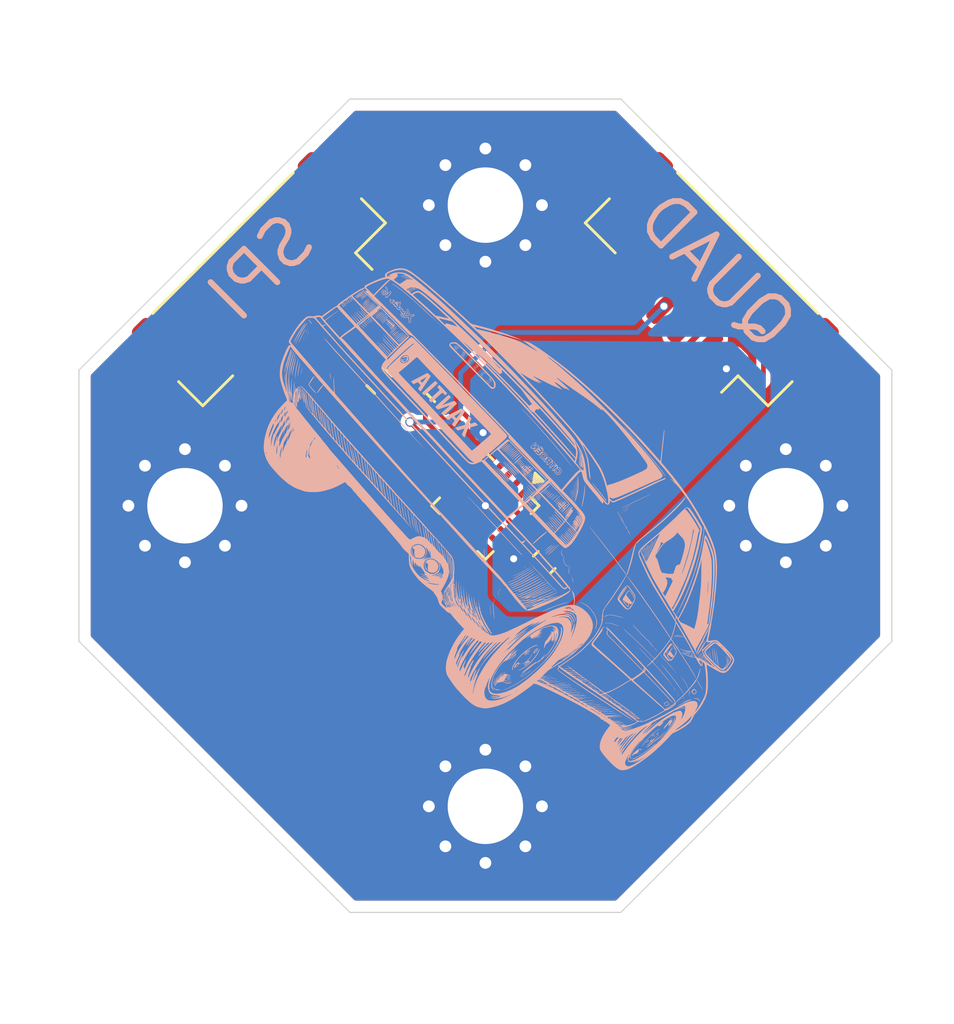
<source format=kicad_pcb>
(kicad_pcb (version 20241229) (generator "pcbnew") (generator_version "9.0")
  (layers (0 "F.Cu" signal) (2 "B.Cu" signal) (13 "F.Paste" user) (15 "B.Paste" user) (5 "F.SilkS" user "F.Silkscreen") (7 "B.SilkS" user "B.Silkscreen") (1 "F.Mask" user) (3 "B.Mask" user) (25 "Edge.Cuts" user))
  (net 0 "")
  (net 1 "GND")
  (net 2 "+3.3V")
  (net 4 "/B")
  (net 5 "/A")
  (net 6 "/Z")
  (net 7 "/SPI_CS")
  (net 8 "/SPI_MISO")
  (net 9 "/SPI_SCLK")
  (net 10 "/SPI_MOSI")
  (net 11 "Net-(IC1-SCLK)")
  (footprint "Capacitor_SMD:C_0603_1608Metric" (layer "F.Cu") (at 102.75 51.9 45)
    (property "Reference" "C22" (hide yes))
    (property "Value" "1u")
    (pad "1" smd roundrect (at -0.775 0 45) (size 0.9 0.95) (layers "F.Cu" "F.Mask" "F.Paste") (net 2 "+3.3V"))
    (pad "2" smd roundrect (at 0.775 0 45) (size 0.9 0.95) (layers "F.Cu" "F.Mask" "F.Paste") (net 1 "GND"))
  )
  (footprint "MountingHole:MountingHole_3.2mm_M3_Pad_Via" (layer "F.Cu") (at 100.25 62.25)
    (property "Reference" "H2" (hide yes))
    (property "Value" "MountingHole_Pad")
    (pad "1" thru_hole circle (at -2.4 0) (size 0.8 0.8) (drill 0.5) (layers "*.Cu" "*.Mask") (net 1 "GND"))
    (pad "1" thru_hole circle (at -1.697056 -1.697056) (size 0.8 0.8) (drill 0.5) (layers "*.Cu" "*.Mask") (net 1 "GND"))
    (pad "1" thru_hole circle (at -1.697056 1.697056) (size 0.8 0.8) (drill 0.5) (layers "*.Cu" "*.Mask") (net 1 "GND"))
    (pad "1" thru_hole circle (at 0 -2.4) (size 0.8 0.8) (drill 0.5) (layers "*.Cu" "*.Mask") (net 1 "GND"))
    (pad "1" thru_hole circle (at 0 0) (size 6.4 6.4) (drill 3.2) (layers "*.Cu" "*.Mask") (net 1 "GND"))
    (pad "1" thru_hole circle (at 0 2.4) (size 0.8 0.8) (drill 0.5) (layers "*.Cu" "*.Mask") (net 1 "GND"))
    (pad "1" thru_hole circle (at 1.697056 -1.697056) (size 0.8 0.8) (drill 0.5) (layers "*.Cu" "*.Mask") (net 1 "GND"))
    (pad "1" thru_hole circle (at 1.697056 1.697056) (size 0.8 0.8) (drill 0.5) (layers "*.Cu" "*.Mask") (net 1 "GND"))
    (pad "1" thru_hole circle (at 2.4 0) (size 0.8 0.8) (drill 0.5) (layers "*.Cu" "*.Mask") (net 1 "GND"))
  )
  (footprint "MountingHole:MountingHole_3.2mm_M3_Pad_Via" (layer "F.Cu") (at 87.5 49.5)
    (property "Reference" "H3" (hide yes))
    (property "Value" "MountingHole_Pad")
    (pad "1" thru_hole circle (at -2.4 0) (size 0.8 0.8) (drill 0.5) (layers "*.Cu" "*.Mask") (net 1 "GND"))
    (pad "1" thru_hole circle (at -1.697056 -1.697056) (size 0.8 0.8) (drill 0.5) (layers "*.Cu" "*.Mask") (net 1 "GND"))
    (pad "1" thru_hole circle (at -1.697056 1.697056) (size 0.8 0.8) (drill 0.5) (layers "*.Cu" "*.Mask") (net 1 "GND"))
    (pad "1" thru_hole circle (at 0 -2.4) (size 0.8 0.8) (drill 0.5) (layers "*.Cu" "*.Mask") (net 1 "GND"))
    (pad "1" thru_hole circle (at 0 0) (size 6.4 6.4) (drill 3.2) (layers "*.Cu" "*.Mask") (net 1 "GND"))
    (pad "1" thru_hole circle (at 0 2.4) (size 0.8 0.8) (drill 0.5) (layers "*.Cu" "*.Mask") (net 1 "GND"))
    (pad "1" thru_hole circle (at 1.697056 -1.697056) (size 0.8 0.8) (drill 0.5) (layers "*.Cu" "*.Mask") (net 1 "GND"))
    (pad "1" thru_hole circle (at 1.697056 1.697056) (size 0.8 0.8) (drill 0.5) (layers "*.Cu" "*.Mask") (net 1 "GND"))
    (pad "1" thru_hole circle (at 2.4 0) (size 0.8 0.8) (drill 0.5) (layers "*.Cu" "*.Mask") (net 1 "GND"))
  )
  (footprint "MountingHole:MountingHole_3.2mm_M3_Pad_Via" (layer "F.Cu") (at 100.25 36.75)
    (property "Reference" "H4" (hide yes))
    (property "Value" "MountingHole_Pad")
    (pad "1" thru_hole circle (at -2.4 0) (size 0.8 0.8) (drill 0.5) (layers "*.Cu" "*.Mask") (net 1 "GND"))
    (pad "1" thru_hole circle (at -1.697056 -1.697056) (size 0.8 0.8) (drill 0.5) (layers "*.Cu" "*.Mask") (net 1 "GND"))
    (pad "1" thru_hole circle (at -1.697056 1.697056) (size 0.8 0.8) (drill 0.5) (layers "*.Cu" "*.Mask") (net 1 "GND"))
    (pad "1" thru_hole circle (at 0 -2.4) (size 0.8 0.8) (drill 0.5) (layers "*.Cu" "*.Mask") (net 1 "GND"))
    (pad "1" thru_hole circle (at 0 0) (size 6.4 6.4) (drill 3.2) (layers "*.Cu" "*.Mask") (net 1 "GND"))
    (pad "1" thru_hole circle (at 0 2.4) (size 0.8 0.8) (drill 0.5) (layers "*.Cu" "*.Mask") (net 1 "GND"))
    (pad "1" thru_hole circle (at 1.697056 -1.697056) (size 0.8 0.8) (drill 0.5) (layers "*.Cu" "*.Mask") (net 1 "GND"))
    (pad "1" thru_hole circle (at 1.697056 1.697056) (size 0.8 0.8) (drill 0.5) (layers "*.Cu" "*.Mask") (net 1 "GND"))
    (pad "1" thru_hole circle (at 2.4 0) (size 0.8 0.8) (drill 0.5) (layers "*.Cu" "*.Mask") (net 1 "GND"))
  )
  (footprint "Resistor_SMD:R_0603_1608Metric" (layer "F.Cu") (at 98.3 44.55 -45)
    (property "Reference" "R1" (hide yes))
    (property "Value" "10k")
    (pad "1" smd roundrect (at -0.825 0 315) (size 0.8 0.95) (layers "F.Cu" "F.Mask" "F.Paste") (net 7 "/SPI_CS"))
    (pad "2" smd roundrect (at 0.825 0 315) (size 0.8 0.95) (layers "F.Cu" "F.Mask" "F.Paste") (net 2 "+3.3V"))
  )
  (footprint "Connector_JST:JST_GH_SM06B-GHS-TB_1x06-1MP_P1.25mm_Horizontal" (layer "F.Cu") (at 90.924264 40.174264 -135)
    (property "Reference" "J2" (hide yes))
    (property "Value" "Conn_01x06")
    (pad "1" smd roundrect (at -3.125 -1.85 225) (size 0.6 1.7) (layers "F.Cu" "F.Mask" "F.Paste") (net 2 "+3.3V"))
    (pad "2" smd roundrect (at -1.875 -1.85 225) (size 0.6 1.7) (layers "F.Cu" "F.Mask" "F.Paste") (net 7 "/SPI_CS"))
    (pad "3" smd roundrect (at -0.625 -1.85 225) (size 0.6 1.7) (layers "F.Cu" "F.Mask" "F.Paste") (net 9 "/SPI_SCLK"))
    (pad "4" smd roundrect (at 0.625 -1.85 225) (size 0.6 1.7) (layers "F.Cu" "F.Mask" "F.Paste") (net 8 "/SPI_MISO"))
    (pad "5" smd roundrect (at 1.875 -1.85 225) (size 0.6 1.7) (layers "F.Cu" "F.Mask" "F.Paste") (net 10 "/SPI_MOSI"))
    (pad "6" smd roundrect (at 3.125 -1.85 225) (size 0.6 1.7) (layers "F.Cu" "F.Mask" "F.Paste") (net 1 "GND"))
    (pad "MP" smd roundrect (at -4.975 1.35 225) (size 1 2.7) (layers "F.Cu" "F.Mask" "F.Paste"))
    (pad "MP" smd roundrect (at 4.975 1.35 225) (size 1 2.7) (layers "F.Cu" "F.Mask" "F.Paste"))
  )
  (footprint "MountingHole:MountingHole_3.2mm_M3_Pad_Via" (layer "F.Cu") (at 113 49.5)
    (property "Reference" "H1" (hide yes))
    (property "Value" "MountingHole_Pad")
    (pad "1" thru_hole circle (at -2.4 0) (size 0.8 0.8) (drill 0.5) (layers "*.Cu" "*.Mask") (net 1 "GND"))
    (pad "1" thru_hole circle (at -1.697056 -1.697056) (size 0.8 0.8) (drill 0.5) (layers "*.Cu" "*.Mask") (net 1 "GND"))
    (pad "1" thru_hole circle (at -1.697056 1.697056) (size 0.8 0.8) (drill 0.5) (layers "*.Cu" "*.Mask") (net 1 "GND"))
    (pad "1" thru_hole circle (at 0 -2.4) (size 0.8 0.8) (drill 0.5) (layers "*.Cu" "*.Mask") (net 1 "GND"))
    (pad "1" thru_hole circle (at 0 0) (size 6.4 6.4) (drill 3.2) (layers "*.Cu" "*.Mask") (net 1 "GND"))
    (pad "1" thru_hole circle (at 0 2.4) (size 0.8 0.8) (drill 0.5) (layers "*.Cu" "*.Mask") (net 1 "GND"))
    (pad "1" thru_hole circle (at 1.697056 -1.697056) (size 0.8 0.8) (drill 0.5) (layers "*.Cu" "*.Mask") (net 1 "GND"))
    (pad "1" thru_hole circle (at 1.697056 1.697056) (size 0.8 0.8) (drill 0.5) (layers "*.Cu" "*.Mask") (net 1 "GND"))
    (pad "1" thru_hole circle (at 2.4 0) (size 0.8 0.8) (drill 0.5) (layers "*.Cu" "*.Mask") (net 1 "GND"))
  )
  (footprint "Resistor_SMD:R_0603_1608Metric" (layer "F.Cu") (at 95.75 44.2 -45)
    (property "Reference" "R37" (hide yes))
    (property "Value" "100R")
    (pad "1" smd roundrect (at -0.825 0 315) (size 0.8 0.95) (layers "F.Cu" "F.Mask" "F.Paste") (net 9 "/SPI_SCLK"))
    (pad "2" smd roundrect (at 0.825 0 315) (size 0.8 0.95) (layers "F.Cu" "F.Mask" "F.Paste") (net 11 "Net-(IC1-SCLK)"))
  )
  (footprint "Package_DFN_QFN:QFN-16-1EP_3x3mm_P0.5mm_EP1.7x1.7mm" (layer "F.Cu") (at 100.25 49.5 -135)
    (property "Reference" "IC1" (hide yes))
    (property "Value" "MA330GQ-Z")
    (pad "1" smd roundrect (at -1.4625 -0.75 225) (size 0.825 0.25) (layers "F.Cu" "F.Mask" "F.Paste"))
    (pad "2" smd roundrect (at -1.4625 -0.25 225) (size 0.825 0.25) (layers "F.Cu" "F.Mask" "F.Paste") (net 5 "/A"))
    (pad "3" smd roundrect (at -1.4625 0.25 225) (size 0.825 0.25) (layers "F.Cu" "F.Mask" "F.Paste") (net 6 "/Z"))
    (pad "4" smd roundrect (at -1.4625 0.75 225) (size 0.825 0.25) (layers "F.Cu" "F.Mask" "F.Paste") (net 10 "/SPI_MOSI"))
    (pad "5" smd roundrect (at -0.75 1.4625 225) (size 0.25 0.825) (layers "F.Cu" "F.Mask" "F.Paste") (net 7 "/SPI_CS"))
    (pad "6" smd roundrect (at -0.25 1.4625 225) (size 0.25 0.825) (layers "F.Cu" "F.Mask" "F.Paste") (net 4 "/B"))
    (pad "7" smd roundrect (at 0.25 1.4625 225) (size 0.25 0.825) (layers "F.Cu" "F.Mask" "F.Paste") (net 8 "/SPI_MISO"))
    (pad "8" smd roundrect (at 0.75 1.4625 225) (size 0.25 0.825) (layers "F.Cu" "F.Mask" "F.Paste") (net 1 "GND"))
    (pad "9" smd roundrect (at 1.4625 0.75 225) (size 0.825 0.25) (layers "F.Cu" "F.Mask" "F.Paste"))
    (pad "10" smd roundrect (at 1.4625 0.25 225) (size 0.825 0.25) (layers "F.Cu" "F.Mask" "F.Paste") (net 1 "GND"))
    (pad "11" smd roundrect (at 1.4625 -0.25 225) (size 0.825 0.25) (layers "F.Cu" "F.Mask" "F.Paste"))
    (pad "12" smd roundrect (at 1.4625 -0.75 225) (size 0.825 0.25) (layers "F.Cu" "F.Mask" "F.Paste") (net 11 "Net-(IC1-SCLK)"))
    (pad "13" smd roundrect (at 0.75 -1.4625 225) (size 0.25 0.825) (layers "F.Cu" "F.Mask" "F.Paste") (net 2 "+3.3V"))
    (pad "14" smd roundrect (at 0.25 -1.4625 225) (size 0.25 0.825) (layers "F.Cu" "F.Mask" "F.Paste"))
    (pad "15" smd roundrect (at -0.25 -1.4625 225) (size 0.25 0.825) (layers "F.Cu" "F.Mask" "F.Paste"))
    (pad "16" smd roundrect (at -0.75 -1.4625 225) (size 0.25 0.825) (layers "F.Cu" "F.Mask" "F.Paste"))
    (pad "17" smd rect (at 0 0 225) (size 1.7 1.7) (property pad_prop_heatsink) (layers "F.Cu" "F.Mask") (net 1 "GND"))
  )
  (footprint "Connector_JST:JST_GH_SM06B-GHS-TB_1x06-1MP_P1.25mm_Horizontal" (layer "F.Cu") (at 109.575736 40.174264 135)
    (property "Reference" "J1" (hide yes))
    (property "Value" "Conn_01x06")
    (pad "1" smd roundrect (at -3.125 -1.85 135) (size 0.6 1.7) (layers "F.Cu" "F.Mask" "F.Paste") (net 2 "+3.3V"))
    (pad "2" smd roundrect (at -1.875 -1.85 135) (size 0.6 1.7) (layers "F.Cu" "F.Mask" "F.Paste") (net 6 "/Z"))
    (pad "3" smd roundrect (at -0.625 -1.85 135) (size 0.6 1.7) (layers "F.Cu" "F.Mask" "F.Paste"))
    (pad "4" smd roundrect (at 0.625 -1.85 135) (size 0.6 1.7) (layers "F.Cu" "F.Mask" "F.Paste") (net 4 "/B"))
    (pad "5" smd roundrect (at 1.875 -1.85 135) (size 0.6 1.7) (layers "F.Cu" "F.Mask" "F.Paste") (net 5 "/A"))
    (pad "6" smd roundrect (at 3.125 -1.85 135) (size 0.6 1.7) (layers "F.Cu" "F.Mask" "F.Paste") (net 1 "GND"))
    (pad "MP" smd roundrect (at -4.975 1.35 135) (size 1 2.7) (layers "F.Cu" "F.Mask" "F.Paste"))
    (pad "MP" smd roundrect (at 4.975 1.35 135) (size 1 2.7) (layers "F.Cu" "F.Mask" "F.Paste"))
  )
  (footprint "LOGO" (layer "B.Cu") (at 102.071112 49.86973 150)
    (property "Reference" "G***" (hide yes))
    (property "Value" "LOGO" (hide yes))
  )
  (gr_line (start 94.5 66.75) (end 106 66.75) (stroke (width 0.05)) (layer "Edge.Cuts"))
  (gr_line (start 106 32.25) (end 94.5 32.25) (stroke (width 0.05)) (layer "Edge.Cuts"))
  (gr_line (start 83 55.25) (end 94.5 66.75) (stroke (width 0.05)) (layer "Edge.Cuts"))
  (gr_line (start 83 43.75) (end 83 55.25) (stroke (width 0.05)) (layer "Edge.Cuts"))
  (gr_line (start 117.5 43.75) (end 106 32.25) (stroke (width 0.05)) (layer "Edge.Cuts"))
  (gr_line (start 94.5 32.25) (end 83 43.75) (stroke (width 0.05)) (layer "Edge.Cuts"))
  (gr_line (start 106 66.75) (end 117.5 55.25) (stroke (width 0.05)) (layer "Edge.Cuts"))
  (gr_line (start 117.5 55.25) (end 117.5 43.75) (stroke (width 0.05)) (layer "Edge.Cuts"))
  (gr_text "QUAD" (at 112.15 43.275 315) (layer "B.SilkS") (effects (font (size 2 2) (thickness 0.25)) (justify left bottom mirror)))
  (gr_text "SPI" (at 93.4 38.4 45) (layer "B.SilkS") (effects (font (size 2 2) (thickness 0.25)) (justify left bottom mirror)))
  (segment (start 99.03908 50.357367) (end 99.03908 50.36092) (width 0.2) (layer "F.Cu") (net 1))
  (segment (start 98.685526 48.996186) (end 99.18934 49.5) (width 0.2) (layer "F.Cu") (net 1))
  (segment (start 99.03908 50.357367) (end 99.896447 49.5) (width 0.2) (layer "F.Cu") (net 1))
  (segment (start 99.896447 49.5) (end 100.25 49.5) (width 0.2) (layer "F.Cu") (net 1))
  (segment (start 99.18934 49.5) (end 100.25 49.5) (width 0.2) (layer "F.Cu") (net 1))
  (via (at 100.25 49.5) (size 0.4) (drill 0.3) (layers "F.Cu" "B.Cu") (net 1))
  (segment (start 100.764474 51.064474) (end 101.45 51.75) (width 0.2) (layer "F.Cu") (net 2))
  (segment (start 100.15 46.4) (end 98.883363 45.133363) (width 0.2) (layer "F.Cu") (net 2))
  (segment (start 102.148008 52.448008) (end 102.201992 52.448008) (width 0.2) (layer "F.Cu") (net 2))
  (segment (start 100.753814 51.064474) (end 100.764474 51.064474) (width 0.2) (layer "F.Cu") (net 2))
  (segment (start 101.45 51.75) (end 102.148008 52.448008) (width 0.2) (layer "F.Cu") (net 2))
  (via (at 101.45 51.75) (size 0.4) (drill 0.3) (layers "F.Cu" "B.Cu") (net 2))
  (via (at 110.477297 43.69212) (size 0.4) (drill 0.3) (layers "F.Cu" "B.Cu") (net 2))
  (via (at 100.15 46.4) (size 0.4) (drill 0.3) (layers "F.Cu" "B.Cu") (net 2))
  (segment (start 97.503553 46.4) (end 99.392633 48.28908) (width 0.2) (layer "F.Cu") (net 4))
  (segment (start 97.05 45.95) (end 97.5 46.4) (width 0.2) (layer "F.Cu") (net 4))
  (segment (start 97.5 46.4) (end 97.503553 46.4) (width 0.2) (layer "F.Cu") (net 4))
  (via (at 107.825647 41.04047) (size 0.4) (drill 0.3) (layers "F.Cu" "B.Cu") (net 4))
  (via (at 97.05 45.95) (size 0.4) (drill 0.3) (layers "F.Cu" "B.Cu") (net 4))
  (segment (start 99.2 45.5) (end 99.2 43.875) (width 0.2) (layer "B.Cu") (net 4))
  (segment (start 98.75 45.95) (end 99.2 45.5) (width 0.2) (layer "B.Cu") (net 4))
  (segment (start 106.716117 42.15) (end 107.825647 41.04047) (width 0.2) (layer "B.Cu") (net 4))
  (segment (start 99.2 43.875) (end 100.925 42.15) (width 0.2) (layer "B.Cu") (net 4))
  (segment (start 100.925 42.15) (end 106.716117 42.15) (width 0.2) (layer "B.Cu") (net 4))
  (segment (start 97.05 45.95) (end 98.75 45.95) (width 0.2) (layer "B.Cu") (net 4))
  (segment (start 109.25 39.4) (end 107.7 39.4) (width 0.2) (layer "F.Cu") (net 5))
  (segment (start 107.7 39.4) (end 106.943414 40.156586) (width 0.2) (layer "F.Cu") (net 5))
  (segment (start 101.46092 48.642633) (end 104.053553 46.05) (width 0.2) (layer "F.Cu") (net 5))
  (segment (start 112.05 44.2) (end 112.05 42.2) (width 0.2) (layer "F.Cu") (net 5))
  (segment (start 110.2 46.05) (end 112.05 44.2) (width 0.2) (layer "F.Cu") (net 5))
  (segment (start 112.05 42.2) (end 109.25 39.4) (width 0.2) (layer "F.Cu") (net 5))
  (segment (start 104.053553 46.05) (end 110.2 46.05) (width 0.2) (layer "F.Cu") (net 5))
  (segment (start 106.943414 40.156586) (end 106.941763 40.156586) (width 0.2) (layer "F.Cu") (net 5))
  (segment (start 109.541763 42.808237) (end 109.593414 42.808237) (width 0.2) (layer "F.Cu") (net 6))
  (segment (start 106.95 45.4) (end 109.541763 42.808237) (width 0.2) (layer "F.Cu") (net 6))
  (segment (start 103.996447 45.4) (end 106.95 45.4) (width 0.2) (layer "F.Cu") (net 6))
  (segment (start 101.107367 48.28908) (end 103.996447 45.4) (width 0.2) (layer "F.Cu") (net 6))
  (segment (start 97.7 45.88934) (end 97.7 44.298349) (width 0.2) (layer "F.Cu") (net 7))
  (segment (start 99.746186 47.935526) (end 97.7 45.88934) (width 0.2) (layer "F.Cu") (net 7))
  (segment (start 97.7 44.298349) (end 93.558237 40.156586) (width 0.2) (layer "F.Cu") (net 7))
  (segment (start 99.03908 48.642633) (end 97.696447 47.3) (width 0.2) (layer "F.Cu") (net 8))
  (segment (start 97.166117 47.3) (end 91.79047 41.924353) (width 0.2) (layer "F.Cu") (net 8))
  (segment (start 97.696447 47.3) (end 97.166117 47.3) (width 0.2) (layer "F.Cu") (net 8))
  (segment (start 92.674353 41.04047) (end 92.69047 41.04047) (width 0.2) (layer "F.Cu") (net 9))
  (segment (start 95.166637 43.516637) (end 95.166637 43.616637) (width 0.2) (layer "F.Cu") (net 9))
  (segment (start 92.69047 41.04047) (end 95.166637 43.516637) (width 0.2) (layer "F.Cu") (net 9))
  (segment (start 101.5 47.18934) (end 101.5 44.55) (width 0.2) (layer "F.Cu") (net 10))
  (segment (start 100.753814 47.935526) (end 101.5 47.18934) (width 0.2) (layer "F.Cu") (net 10))
  (segment (start 93.4 37.75) (end 90 41.15) (width 0.2) (layer "F.Cu") (net 10))
  (segment (start 90 41.15) (end 90 41.901651) (width 0.2) (layer "F.Cu") (net 10))
  (segment (start 94.7 37.75) (end 93.4 37.75) (width 0.2) (layer "F.Cu") (net 10))
  (segment (start 101.5 44.55) (end 94.7 37.75) (width 0.2) (layer "F.Cu") (net 10))
  (segment (start 90 41.901651) (end 90.906586 42.808237) (width 0.2) (layer "F.Cu") (net 10))
  (zone (net 1) (net_name "GND") (layers "F.Cu" "B.Cu") (connect_pads (clearance 0.2)) (min_thickness 0.25) (fill yes (thermal_gap 0.5) (thermal_bridge_width 0.5))
    (polygon (pts (xy 80.55 28.05) (xy 120.15 28.05) (xy 120.15 71.15) (xy 119.8 71.5) (xy 80.7 71.5) (xy 79.65 70.45) (xy 79.65 28.95)))
  )
  (zone (net 2) (net_name "+3.3V") (layer "B.Cu") (priority 1) (connect_pads (clearance 0.2)) (min_thickness 0.25) (fill yes (thermal_gap 0.5) (thermal_bridge_width 0.5))
    (polygon (pts (xy 110.75 42.55) (xy 112.15 43.95) (xy 112.15 45.3) (xy 103.45 54) (xy 101.25 54) (xy 100.55 53.3) (xy 100.55 50.95) (xy 101.85 49.65) (xy 101.85 48.65) (xy 99.6 46.4) (xy 99.6 44.15) (xy 101.254573 42.495427)))
  )
)
</source>
